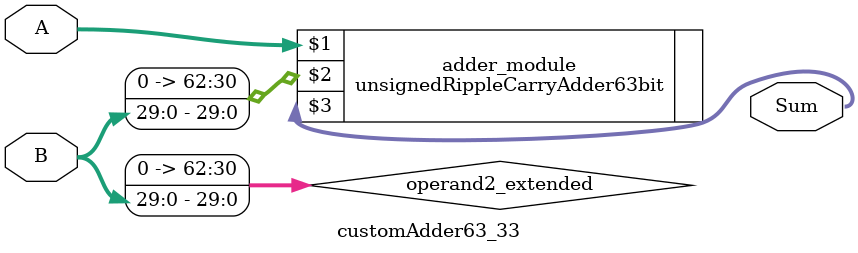
<source format=v>
module customAdder63_33(
                        input [62 : 0] A,
                        input [29 : 0] B,
                        
                        output [63 : 0] Sum
                );

        wire [62 : 0] operand2_extended;
        
        assign operand2_extended =  {33'b0, B};
        
        unsignedRippleCarryAdder63bit adder_module(
            A,
            operand2_extended,
            Sum
        );
        
        endmodule
        
</source>
